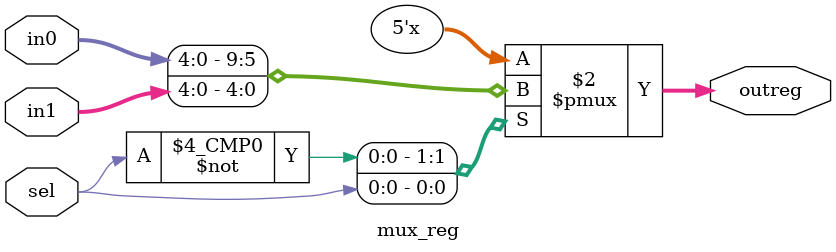
<source format=v>
`timescale 1ns / 1ps


module mux_reg(sel,in0,in1,outreg);
input [4:0] in0,in1;
input sel;
output reg [4:0] outreg;

always @(*)
begin
case(sel)
0:outreg = in0;
1:outreg = in1;
endcase
end
endmodule

</source>
